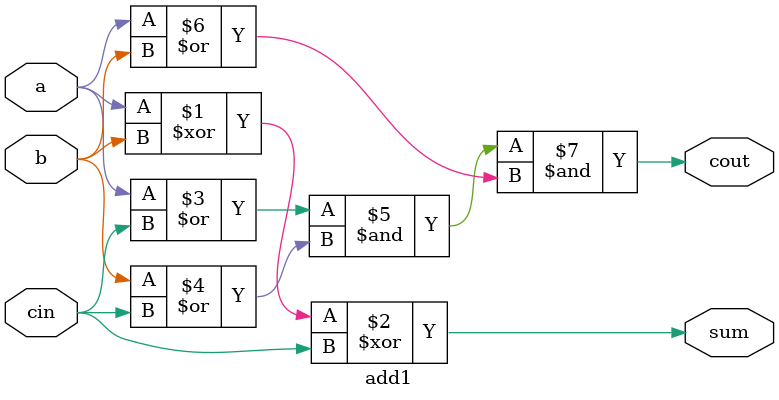
<source format=v>
module top_module( 
    input [2:0] a, b,
    input cin,
    output [2:0] cout,
    output [2:0] sum );

    add1 instance1 (a[0], b[0], cin, sum[0], cout[0]);
    add1 instance2 (a[1], b[1], cout[0], sum[1], cout[1]);
    add1 instance3 (a[2], b[2], cout[1], sum[2], cout[2]);
    
endmodule

module add1 ( input a, input b, input cin,   output sum, output cout );
    assign sum = a ^ b ^ cin;
    assign cout = (a|cin) & (b|cin) & (a|b);

endmodule

</source>
